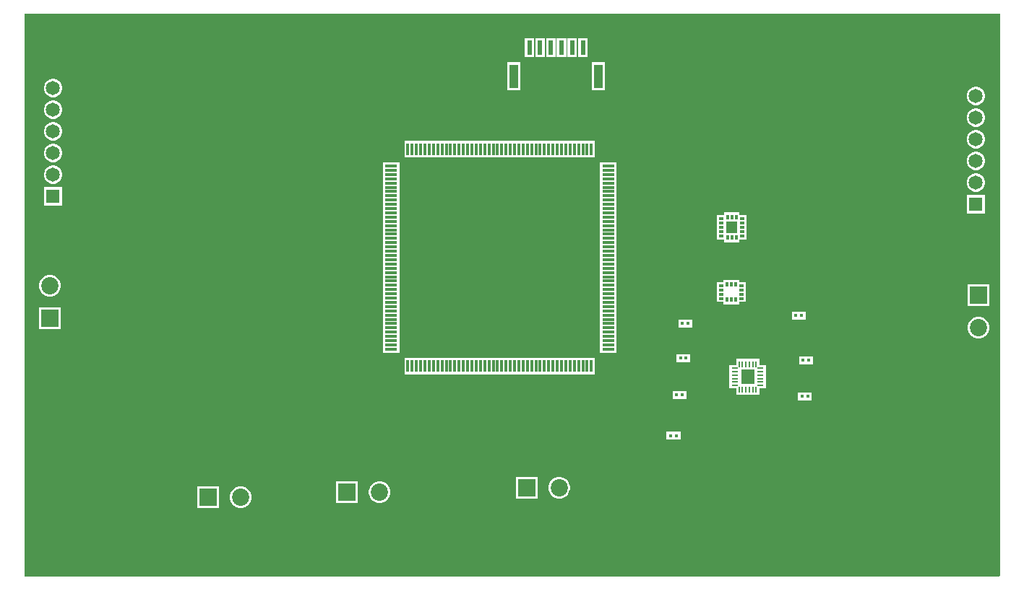
<source format=gtl>
G04*
G04 #@! TF.GenerationSoftware,Altium Limited,Altium Designer,24.0.1 (36)*
G04*
G04 Layer_Physical_Order=1*
G04 Layer_Color=255*
%FSLAX25Y25*%
%MOIN*%
G70*
G04*
G04 #@! TF.SameCoordinates,25D60E08-F93C-496E-8ADE-9084BC3AF729*
G04*
G04*
G04 #@! TF.FilePolarity,Positive*
G04*
G01*
G75*
%ADD30R,0.02362X0.01181*%
%ADD31R,0.01181X0.02362*%
%ADD32R,0.02953X0.00787*%
%ADD33R,0.00787X0.02953*%
%ADD34R,0.06260X0.06890*%
%ADD35R,0.01811X0.01654*%
%ADD36R,0.05709X0.01181*%
%ADD37R,0.01181X0.05709*%
%ADD38R,0.02362X0.06693*%
%ADD39R,0.03937X0.11024*%
%ADD40R,0.07972X0.07972*%
%ADD41C,0.07972*%
%ADD42R,0.06496X0.06496*%
%ADD43C,0.06496*%
%ADD44R,0.07972X0.07972*%
G36*
X450000Y709D02*
X449291Y-0D01*
X-0D01*
Y260000D01*
X450000D01*
Y709D01*
D02*
G37*
%LPC*%
G36*
X259769Y248793D02*
X255407D01*
Y240100D01*
X259769D01*
Y248793D01*
D02*
G37*
G36*
X254848D02*
X250486D01*
Y240100D01*
X254848D01*
Y248793D01*
D02*
G37*
G36*
X249927D02*
X245565D01*
Y240100D01*
X249927D01*
Y248793D01*
D02*
G37*
G36*
X245005D02*
X240643D01*
Y240100D01*
X245005D01*
Y248793D01*
D02*
G37*
G36*
X240084D02*
X235722D01*
Y240100D01*
X240084D01*
Y248793D01*
D02*
G37*
G36*
X235163D02*
X230801D01*
Y240100D01*
X235163D01*
Y248793D01*
D02*
G37*
G36*
X267840Y237769D02*
X261903D01*
Y224746D01*
X267840D01*
Y237769D01*
D02*
G37*
G36*
X228667D02*
X222730D01*
Y224746D01*
X228667D01*
Y237769D01*
D02*
G37*
G36*
X13800Y230004D02*
X12682D01*
X11602Y229715D01*
X10633Y229156D01*
X9842Y228365D01*
X9283Y227396D01*
X8993Y226316D01*
Y225197D01*
X9283Y224117D01*
X9842Y223148D01*
X10633Y222357D01*
X11602Y221798D01*
X12682Y221508D01*
X13800D01*
X14881Y221798D01*
X15849Y222357D01*
X16641Y223148D01*
X17200Y224117D01*
X17489Y225197D01*
Y226316D01*
X17200Y227396D01*
X16641Y228365D01*
X15849Y229156D01*
X14881Y229715D01*
X13800Y230004D01*
D02*
G37*
G36*
X439459Y226448D02*
X438341D01*
X437260Y226158D01*
X436292Y225599D01*
X435501Y224808D01*
X434941Y223840D01*
X434652Y222759D01*
Y221641D01*
X434941Y220560D01*
X435501Y219592D01*
X436292Y218801D01*
X437260Y218242D01*
X438341Y217952D01*
X439459D01*
X440540Y218242D01*
X441508Y218801D01*
X442299Y219592D01*
X442859Y220560D01*
X443148Y221641D01*
Y222759D01*
X442859Y223840D01*
X442299Y224808D01*
X441508Y225599D01*
X440540Y226158D01*
X439459Y226448D01*
D02*
G37*
G36*
X13800Y220004D02*
X12682D01*
X11602Y219715D01*
X10633Y219156D01*
X9842Y218365D01*
X9283Y217396D01*
X8993Y216316D01*
Y215197D01*
X9283Y214117D01*
X9842Y213148D01*
X10633Y212357D01*
X11602Y211798D01*
X12682Y211508D01*
X13800D01*
X14881Y211798D01*
X15849Y212357D01*
X16641Y213148D01*
X17200Y214117D01*
X17489Y215197D01*
Y216316D01*
X17200Y217396D01*
X16641Y218365D01*
X15849Y219156D01*
X14881Y219715D01*
X13800Y220004D01*
D02*
G37*
G36*
X439459Y216448D02*
X438341D01*
X437260Y216159D01*
X436292Y215599D01*
X435501Y214808D01*
X434941Y213840D01*
X434652Y212759D01*
Y211641D01*
X434941Y210560D01*
X435501Y209592D01*
X436292Y208801D01*
X437260Y208242D01*
X438341Y207952D01*
X439459D01*
X440540Y208242D01*
X441508Y208801D01*
X442299Y209592D01*
X442859Y210560D01*
X443148Y211641D01*
Y212759D01*
X442859Y213840D01*
X442299Y214808D01*
X441508Y215599D01*
X440540Y216159D01*
X439459Y216448D01*
D02*
G37*
G36*
X13800Y210004D02*
X12682D01*
X11602Y209715D01*
X10633Y209156D01*
X9842Y208365D01*
X9283Y207396D01*
X8993Y206316D01*
Y205197D01*
X9283Y204117D01*
X9842Y203148D01*
X10633Y202357D01*
X11602Y201798D01*
X12682Y201508D01*
X13800D01*
X14881Y201798D01*
X15849Y202357D01*
X16641Y203148D01*
X17200Y204117D01*
X17489Y205197D01*
Y206316D01*
X17200Y207396D01*
X16641Y208365D01*
X15849Y209156D01*
X14881Y209715D01*
X13800Y210004D01*
D02*
G37*
G36*
X439459Y206448D02*
X438341D01*
X437260Y206158D01*
X436292Y205599D01*
X435501Y204808D01*
X434941Y203840D01*
X434652Y202759D01*
Y201641D01*
X434941Y200560D01*
X435501Y199592D01*
X436292Y198801D01*
X437260Y198241D01*
X438341Y197952D01*
X439459D01*
X440540Y198241D01*
X441508Y198801D01*
X442299Y199592D01*
X442859Y200560D01*
X443148Y201641D01*
Y202759D01*
X442859Y203840D01*
X442299Y204808D01*
X441508Y205599D01*
X440540Y206158D01*
X439459Y206448D01*
D02*
G37*
G36*
X263116Y201463D02*
X175289D01*
Y193754D01*
X263116D01*
Y201463D01*
D02*
G37*
G36*
X13800Y200004D02*
X12682D01*
X11602Y199715D01*
X10633Y199156D01*
X9842Y198365D01*
X9283Y197396D01*
X8993Y196316D01*
Y195197D01*
X9283Y194117D01*
X9842Y193148D01*
X10633Y192357D01*
X11602Y191798D01*
X12682Y191508D01*
X13800D01*
X14881Y191798D01*
X15849Y192357D01*
X16641Y193148D01*
X17200Y194117D01*
X17489Y195197D01*
Y196316D01*
X17200Y197396D01*
X16641Y198365D01*
X15849Y199156D01*
X14881Y199715D01*
X13800Y200004D01*
D02*
G37*
G36*
X439459Y196448D02*
X438341D01*
X437260Y196159D01*
X436292Y195599D01*
X435501Y194808D01*
X434941Y193840D01*
X434652Y192759D01*
Y191641D01*
X434941Y190560D01*
X435501Y189592D01*
X436292Y188801D01*
X437260Y188242D01*
X438341Y187952D01*
X439459D01*
X440540Y188242D01*
X441508Y188801D01*
X442299Y189592D01*
X442859Y190560D01*
X443148Y191641D01*
Y192759D01*
X442859Y193840D01*
X442299Y194808D01*
X441508Y195599D01*
X440540Y196159D01*
X439459Y196448D01*
D02*
G37*
G36*
X13800Y190004D02*
X12682D01*
X11602Y189715D01*
X10633Y189156D01*
X9842Y188365D01*
X9283Y187396D01*
X8993Y186316D01*
Y185197D01*
X9283Y184117D01*
X9842Y183148D01*
X10633Y182357D01*
X11602Y181798D01*
X12682Y181508D01*
X13800D01*
X14881Y181798D01*
X15849Y182357D01*
X16641Y183148D01*
X17200Y184117D01*
X17489Y185197D01*
Y186316D01*
X17200Y187396D01*
X16641Y188365D01*
X15849Y189156D01*
X14881Y189715D01*
X13800Y190004D01*
D02*
G37*
G36*
X439459Y186448D02*
X438341D01*
X437260Y186159D01*
X436292Y185599D01*
X435501Y184808D01*
X434941Y183840D01*
X434652Y182759D01*
Y181641D01*
X434941Y180560D01*
X435501Y179592D01*
X436292Y178801D01*
X437260Y178242D01*
X438341Y177952D01*
X439459D01*
X440540Y178242D01*
X441508Y178801D01*
X442299Y179592D01*
X442859Y180560D01*
X443148Y181641D01*
Y182759D01*
X442859Y183840D01*
X442299Y184808D01*
X441508Y185599D01*
X440540Y186159D01*
X439459Y186448D01*
D02*
G37*
G36*
X17489Y180004D02*
X8993D01*
Y171508D01*
X17489D01*
Y180004D01*
D02*
G37*
G36*
X443148Y176448D02*
X434652D01*
Y167952D01*
X443148D01*
Y176448D01*
D02*
G37*
G36*
X329860Y168392D02*
X322742D01*
Y167014D01*
X319395D01*
Y163833D01*
Y161865D01*
Y159896D01*
Y157928D01*
Y155959D01*
X322742D01*
Y154581D01*
X329860D01*
Y155959D01*
X333206D01*
Y157928D01*
Y159896D01*
Y161865D01*
Y163833D01*
Y167014D01*
X329860D01*
Y168392D01*
D02*
G37*
G36*
X12456Y139586D02*
X11144D01*
X9875Y139246D01*
X8738Y138590D01*
X7810Y137662D01*
X7154Y136525D01*
X6814Y135256D01*
Y133944D01*
X7154Y132675D01*
X7810Y131538D01*
X8738Y130610D01*
X9875Y129954D01*
X11144Y129614D01*
X12456D01*
X13725Y129954D01*
X14862Y130610D01*
X15790Y131538D01*
X16446Y132675D01*
X16786Y133944D01*
Y135256D01*
X16446Y136525D01*
X15790Y137662D01*
X14862Y138590D01*
X13725Y139246D01*
X12456Y139586D01*
D02*
G37*
G36*
X329665Y137274D02*
X322547D01*
Y136093D01*
X319397D01*
Y132912D01*
Y130943D01*
Y128975D01*
Y127006D01*
X322547D01*
Y125825D01*
X329665D01*
Y127006D01*
X332814D01*
Y128975D01*
Y130943D01*
Y132912D01*
Y136093D01*
X329665D01*
Y137274D01*
D02*
G37*
G36*
X445034Y135100D02*
X435062D01*
Y125128D01*
X445034D01*
Y135100D01*
D02*
G37*
G36*
X360405Y122627D02*
X353995D01*
Y118973D01*
X360405D01*
Y122627D01*
D02*
G37*
G36*
X308005Y118825D02*
X301595D01*
Y115172D01*
X308005D01*
Y118825D01*
D02*
G37*
G36*
X16786Y124586D02*
X6814D01*
Y114614D01*
X16786D01*
Y124586D01*
D02*
G37*
G36*
X440704Y120100D02*
X439392D01*
X438123Y119761D01*
X436986Y119104D01*
X436058Y118176D01*
X435402Y117039D01*
X435062Y115771D01*
Y114458D01*
X435402Y113190D01*
X436058Y112053D01*
X436986Y111124D01*
X438123Y110468D01*
X439392Y110128D01*
X440704D01*
X441973Y110468D01*
X443110Y111124D01*
X444038Y112053D01*
X444694Y113190D01*
X445034Y114458D01*
Y115771D01*
X444694Y117039D01*
X444038Y118176D01*
X443110Y119104D01*
X441973Y119761D01*
X440704Y120100D01*
D02*
G37*
G36*
X273155Y191424D02*
X265446D01*
Y188242D01*
Y186274D01*
Y184306D01*
Y182337D01*
Y180368D01*
Y178400D01*
Y176432D01*
Y174463D01*
Y172494D01*
Y170526D01*
Y168558D01*
Y166589D01*
Y164620D01*
Y162652D01*
Y160684D01*
Y158715D01*
Y156746D01*
Y154778D01*
Y152809D01*
Y150841D01*
Y148872D01*
Y146904D01*
Y144935D01*
Y142967D01*
Y140998D01*
Y139030D01*
Y137061D01*
Y135093D01*
Y133124D01*
Y131156D01*
Y129187D01*
Y127219D01*
Y125250D01*
Y123282D01*
Y121313D01*
Y119345D01*
Y117376D01*
Y115408D01*
Y113439D01*
Y111471D01*
Y109502D01*
Y107534D01*
Y105565D01*
Y103597D01*
X273155D01*
Y105565D01*
Y107534D01*
Y109502D01*
Y111471D01*
Y113439D01*
Y115408D01*
Y117376D01*
Y119345D01*
Y121313D01*
Y123282D01*
Y125250D01*
Y127219D01*
Y129187D01*
Y131156D01*
Y133124D01*
Y135093D01*
Y137061D01*
Y139030D01*
Y140998D01*
Y142967D01*
Y144935D01*
Y146904D01*
Y148872D01*
Y150841D01*
Y152809D01*
Y154778D01*
Y156746D01*
Y158715D01*
Y160684D01*
Y162652D01*
Y164620D01*
Y166589D01*
Y168558D01*
Y170526D01*
Y172494D01*
Y174463D01*
Y176432D01*
Y178400D01*
Y180368D01*
Y182337D01*
Y184306D01*
Y186274D01*
Y188242D01*
Y191424D01*
D02*
G37*
G36*
X172958D02*
X165250D01*
Y188242D01*
Y186274D01*
Y184306D01*
Y182337D01*
Y180368D01*
Y178400D01*
Y176432D01*
Y174463D01*
Y172494D01*
Y170526D01*
Y168558D01*
Y166589D01*
Y164620D01*
Y162652D01*
Y160684D01*
Y158715D01*
Y156746D01*
Y154778D01*
Y152809D01*
Y150841D01*
Y148872D01*
Y146904D01*
Y144935D01*
Y142967D01*
Y140998D01*
Y139030D01*
Y137061D01*
Y135093D01*
Y133124D01*
Y131156D01*
Y129187D01*
Y127219D01*
Y125250D01*
Y123282D01*
Y121313D01*
Y119345D01*
Y117376D01*
Y115408D01*
Y113439D01*
Y111471D01*
Y109502D01*
Y107534D01*
Y105565D01*
Y103597D01*
X172958D01*
Y105565D01*
Y107534D01*
Y109502D01*
Y111471D01*
Y113439D01*
Y115408D01*
Y117376D01*
Y119345D01*
Y121313D01*
Y123282D01*
Y125250D01*
Y127219D01*
Y129187D01*
Y131156D01*
Y133124D01*
Y135093D01*
Y137061D01*
Y139030D01*
Y140998D01*
Y142967D01*
Y144935D01*
Y146904D01*
Y148872D01*
Y150841D01*
Y152809D01*
Y154778D01*
Y156746D01*
Y158715D01*
Y160684D01*
Y162652D01*
Y164620D01*
Y166589D01*
Y168558D01*
Y170526D01*
Y172494D01*
Y174463D01*
Y176432D01*
Y178400D01*
Y180368D01*
Y182337D01*
Y184306D01*
Y186274D01*
Y188242D01*
Y191424D01*
D02*
G37*
G36*
X307105Y102827D02*
X300696D01*
Y99173D01*
X307105D01*
Y102827D01*
D02*
G37*
G36*
X363705Y101927D02*
X357296D01*
Y98273D01*
X363705D01*
Y101927D01*
D02*
G37*
G36*
X263116Y101266D02*
X175289D01*
Y93558D01*
X263116D01*
Y101266D01*
D02*
G37*
G36*
X338931Y100782D02*
X328269D01*
Y97731D01*
X325218D01*
Y94943D01*
Y93369D01*
Y91794D01*
Y90219D01*
Y88644D01*
Y87069D01*
X328269D01*
Y84018D01*
X338931D01*
Y87069D01*
X341982D01*
Y88644D01*
Y90219D01*
Y91794D01*
Y93369D01*
Y94943D01*
Y97731D01*
X338931D01*
Y100782D01*
D02*
G37*
G36*
X305406Y85845D02*
X298997D01*
Y82191D01*
X305406D01*
Y85845D01*
D02*
G37*
G36*
X363153Y85254D02*
X356744D01*
Y81601D01*
X363153D01*
Y85254D01*
D02*
G37*
G36*
X302611Y67054D02*
X296202D01*
Y63400D01*
X302611D01*
Y67054D01*
D02*
G37*
G36*
X247256Y46286D02*
X245944D01*
X244675Y45946D01*
X243538Y45290D01*
X242610Y44362D01*
X241954Y43225D01*
X241614Y41956D01*
Y40644D01*
X241954Y39375D01*
X242610Y38238D01*
X243538Y37310D01*
X244675Y36654D01*
X245944Y36314D01*
X247256D01*
X248525Y36654D01*
X249662Y37310D01*
X250590Y38238D01*
X251246Y39375D01*
X251586Y40644D01*
Y41956D01*
X251246Y43225D01*
X250590Y44362D01*
X249662Y45290D01*
X248525Y45946D01*
X247256Y46286D01*
D02*
G37*
G36*
X236586D02*
X226614D01*
Y36314D01*
X236586D01*
Y46286D01*
D02*
G37*
G36*
X164556Y44086D02*
X163244D01*
X161975Y43746D01*
X160838Y43090D01*
X159910Y42162D01*
X159254Y41025D01*
X158914Y39757D01*
Y38443D01*
X159254Y37175D01*
X159910Y36038D01*
X160838Y35110D01*
X161975Y34454D01*
X163244Y34114D01*
X164556D01*
X165825Y34454D01*
X166962Y35110D01*
X167890Y36038D01*
X168546Y37175D01*
X168886Y38443D01*
Y39757D01*
X168546Y41025D01*
X167890Y42162D01*
X166962Y43090D01*
X165825Y43746D01*
X164556Y44086D01*
D02*
G37*
G36*
X153886D02*
X143914D01*
Y34114D01*
X153886D01*
Y44086D01*
D02*
G37*
G36*
X100456Y41886D02*
X99144D01*
X97875Y41546D01*
X96738Y40890D01*
X95810Y39962D01*
X95154Y38825D01*
X94814Y37556D01*
Y36244D01*
X95154Y34975D01*
X95810Y33838D01*
X96738Y32910D01*
X97875Y32254D01*
X99144Y31914D01*
X100456D01*
X101725Y32254D01*
X102862Y32910D01*
X103790Y33838D01*
X104446Y34975D01*
X104786Y36244D01*
Y37556D01*
X104446Y38825D01*
X103790Y39962D01*
X102862Y40890D01*
X101725Y41546D01*
X100456Y41886D01*
D02*
G37*
G36*
X89786D02*
X79814D01*
Y31914D01*
X89786D01*
Y41886D01*
D02*
G37*
%LPD*%
G36*
X328844Y163833D02*
Y161865D01*
Y159896D01*
Y158943D01*
X323758D01*
Y159896D01*
Y161865D01*
Y163833D01*
Y164030D01*
X328844D01*
Y163833D01*
D02*
G37*
D30*
X321578Y134502D02*
D03*
Y132534D02*
D03*
Y130565D02*
D03*
Y128597D02*
D03*
X330633D02*
D03*
Y130565D02*
D03*
Y132534D02*
D03*
Y134502D02*
D03*
X321576Y165424D02*
D03*
Y163455D02*
D03*
Y161487D02*
D03*
Y159518D02*
D03*
Y157550D02*
D03*
X331025D02*
D03*
Y159518D02*
D03*
Y161487D02*
D03*
Y163455D02*
D03*
Y165424D02*
D03*
D31*
X324137Y128006D02*
D03*
X326105D02*
D03*
X328074D02*
D03*
Y135093D02*
D03*
X326105D02*
D03*
X324137D02*
D03*
X324332Y156762D02*
D03*
X326301D02*
D03*
X328269D02*
D03*
Y166211D02*
D03*
X326301D02*
D03*
X324332D02*
D03*
D32*
X327695Y96337D02*
D03*
Y94762D02*
D03*
Y93187D02*
D03*
Y91613D02*
D03*
Y90038D02*
D03*
Y88463D02*
D03*
X339506D02*
D03*
Y90038D02*
D03*
Y91613D02*
D03*
Y93187D02*
D03*
Y94762D02*
D03*
Y96337D02*
D03*
D33*
X329663Y86494D02*
D03*
X331238D02*
D03*
X332813D02*
D03*
X334387D02*
D03*
X335962D02*
D03*
X337537D02*
D03*
Y98305D02*
D03*
X335962D02*
D03*
X334387D02*
D03*
X332813D02*
D03*
X331238D02*
D03*
X329663D02*
D03*
D34*
X333600Y92400D02*
D03*
D35*
X358649Y83428D02*
D03*
X361248D02*
D03*
X302602Y101000D02*
D03*
X305200D02*
D03*
X303501Y116998D02*
D03*
X306099D02*
D03*
X355901Y120800D02*
D03*
X358499D02*
D03*
X298107Y65227D02*
D03*
X300706D02*
D03*
X300902Y84018D02*
D03*
X303501D02*
D03*
X359202Y100100D02*
D03*
X361800D02*
D03*
D36*
X169104Y189833D02*
D03*
Y187865D02*
D03*
Y185896D02*
D03*
Y183928D02*
D03*
Y181959D02*
D03*
Y179991D02*
D03*
Y178022D02*
D03*
Y176054D02*
D03*
Y174085D02*
D03*
Y172116D02*
D03*
Y170148D02*
D03*
Y168180D02*
D03*
Y166211D02*
D03*
Y164242D02*
D03*
Y162274D02*
D03*
Y160306D02*
D03*
Y158337D02*
D03*
Y156369D02*
D03*
Y154400D02*
D03*
Y152431D02*
D03*
Y150463D02*
D03*
Y148495D02*
D03*
Y146526D02*
D03*
Y144557D02*
D03*
Y142589D02*
D03*
Y140621D02*
D03*
Y138652D02*
D03*
Y136683D02*
D03*
Y134715D02*
D03*
Y132747D02*
D03*
Y130778D02*
D03*
Y128809D02*
D03*
Y126841D02*
D03*
Y124872D02*
D03*
Y122904D02*
D03*
Y120935D02*
D03*
Y118967D02*
D03*
Y116998D02*
D03*
Y115030D02*
D03*
Y113061D02*
D03*
Y111093D02*
D03*
Y109124D02*
D03*
Y107156D02*
D03*
Y105187D02*
D03*
X269301D02*
D03*
Y107156D02*
D03*
Y109124D02*
D03*
Y111093D02*
D03*
Y113061D02*
D03*
Y115030D02*
D03*
Y116998D02*
D03*
Y118967D02*
D03*
Y120935D02*
D03*
Y122904D02*
D03*
Y124872D02*
D03*
Y126841D02*
D03*
Y128809D02*
D03*
Y130778D02*
D03*
Y132747D02*
D03*
Y134715D02*
D03*
Y136683D02*
D03*
Y138652D02*
D03*
Y140621D02*
D03*
Y142589D02*
D03*
Y144557D02*
D03*
Y146526D02*
D03*
Y148495D02*
D03*
Y150463D02*
D03*
Y152431D02*
D03*
Y154400D02*
D03*
Y156369D02*
D03*
Y158337D02*
D03*
Y160306D02*
D03*
Y162274D02*
D03*
Y164242D02*
D03*
Y166211D02*
D03*
Y168180D02*
D03*
Y170148D02*
D03*
Y172116D02*
D03*
Y174085D02*
D03*
Y176054D02*
D03*
Y178022D02*
D03*
Y179991D02*
D03*
Y181959D02*
D03*
Y183928D02*
D03*
Y185896D02*
D03*
Y187865D02*
D03*
Y189833D02*
D03*
D37*
X176880Y97412D02*
D03*
X178848D02*
D03*
X180816D02*
D03*
X182785D02*
D03*
X184754D02*
D03*
X186722D02*
D03*
X188691D02*
D03*
X190659D02*
D03*
X192628D02*
D03*
X194596D02*
D03*
X196565D02*
D03*
X198533D02*
D03*
X200502D02*
D03*
X202470D02*
D03*
X204439D02*
D03*
X206407D02*
D03*
X208376D02*
D03*
X210344D02*
D03*
X212313D02*
D03*
X214281D02*
D03*
X216250D02*
D03*
X218218D02*
D03*
X220187D02*
D03*
X222155D02*
D03*
X224124D02*
D03*
X226092D02*
D03*
X228061D02*
D03*
X230029D02*
D03*
X231998D02*
D03*
X233966D02*
D03*
X235935D02*
D03*
X237903D02*
D03*
X239872D02*
D03*
X241840D02*
D03*
X243809D02*
D03*
X245777D02*
D03*
X247746D02*
D03*
X249714D02*
D03*
X251683D02*
D03*
X253651D02*
D03*
X255620D02*
D03*
X257588D02*
D03*
X259557D02*
D03*
X261525D02*
D03*
Y197609D02*
D03*
X259557D02*
D03*
X257588D02*
D03*
X255620D02*
D03*
X253651D02*
D03*
X251683D02*
D03*
X249714D02*
D03*
X247746D02*
D03*
X245777D02*
D03*
X243809D02*
D03*
X241840D02*
D03*
X239872D02*
D03*
X237903D02*
D03*
X235935D02*
D03*
X233966D02*
D03*
X231998D02*
D03*
X230029D02*
D03*
X228061D02*
D03*
X226092D02*
D03*
X224124D02*
D03*
X222155D02*
D03*
X220187D02*
D03*
X218218D02*
D03*
X216250D02*
D03*
X214281D02*
D03*
X212313D02*
D03*
X210344D02*
D03*
X208376D02*
D03*
X206407D02*
D03*
X204439D02*
D03*
X202470D02*
D03*
X200502D02*
D03*
X198533D02*
D03*
X196565D02*
D03*
X194596D02*
D03*
X192628D02*
D03*
X190659D02*
D03*
X188691D02*
D03*
X186722D02*
D03*
X184754D02*
D03*
X182785D02*
D03*
X180816D02*
D03*
X178848D02*
D03*
X176880D02*
D03*
D38*
X257588Y244446D02*
D03*
X252667D02*
D03*
X247746D02*
D03*
X242824D02*
D03*
X237903D02*
D03*
X232982D02*
D03*
D39*
X264872Y231258D02*
D03*
X225698D02*
D03*
D40*
X11800Y119600D02*
D03*
X440048Y130114D02*
D03*
D41*
X11800Y134600D02*
D03*
X440048Y115114D02*
D03*
X99800Y36900D02*
D03*
X163900Y39100D02*
D03*
X246600Y41300D02*
D03*
D42*
X438900Y172200D02*
D03*
X13241Y175756D02*
D03*
D43*
X438900Y182200D02*
D03*
Y192200D02*
D03*
Y202200D02*
D03*
Y212200D02*
D03*
Y222200D02*
D03*
X13241Y185756D02*
D03*
Y195756D02*
D03*
Y205756D02*
D03*
Y215756D02*
D03*
Y225756D02*
D03*
D44*
X84800Y36900D02*
D03*
X148900Y39100D02*
D03*
X231600Y41300D02*
D03*
M02*

</source>
